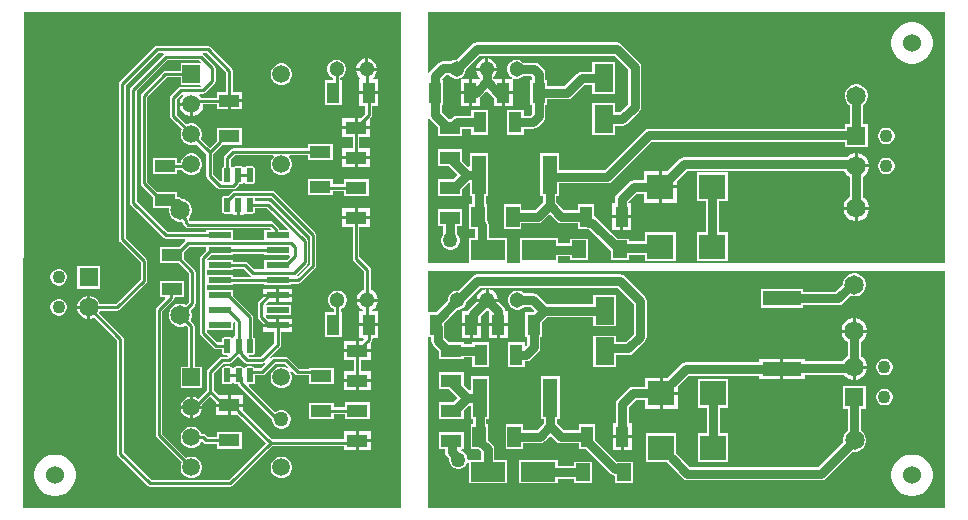
<source format=gbr>
%TF.GenerationSoftware,Altium Limited,Altium Designer,23.2.1 (34)*%
G04 Layer_Physical_Order=2*
G04 Layer_Color=16711680*
%FSLAX45Y45*%
%MOMM*%
%TF.SameCoordinates,3015DBAE-21F6-41EF-B07E-3AD50EAB7A3F*%
%TF.FilePolarity,Positive*%
%TF.FileFunction,Copper,L2,Bot,Signal*%
%TF.Part,Single*%
G01*
G75*
%TA.AperFunction,SMDPad,CuDef*%
%ADD12R,2.95000X1.70000*%
%TA.AperFunction,Conductor*%
%ADD17C,0.25400*%
%ADD18C,0.80000*%
%ADD19C,0.50000*%
%TA.AperFunction,ComponentPad*%
%ADD20C,1.30300*%
%ADD21C,1.65000*%
%ADD22R,1.65000X1.65000*%
%ADD23C,1.10000*%
%TA.AperFunction,WasherPad*%
%ADD24C,1.52400*%
%TA.AperFunction,ComponentPad*%
%ADD25C,1.51800*%
%ADD26R,1.51800X1.51800*%
%TA.AperFunction,ViaPad*%
%ADD27C,1.27000*%
%TA.AperFunction,SMDPad,CuDef*%
%ADD28R,1.80340X1.11760*%
G04:AMPARAMS|DCode=29|XSize=1.21mm|YSize=0.58mm|CornerRadius=0.0725mm|HoleSize=0mm|Usage=FLASHONLY|Rotation=90.000|XOffset=0mm|YOffset=0mm|HoleType=Round|Shape=RoundedRectangle|*
%AMROUNDEDRECTD29*
21,1,1.21000,0.43500,0,0,90.0*
21,1,1.06500,0.58000,0,0,90.0*
1,1,0.14500,0.21750,0.53250*
1,1,0.14500,0.21750,-0.53250*
1,1,0.14500,-0.21750,-0.53250*
1,1,0.14500,-0.21750,0.53250*
%
%ADD29ROUNDEDRECTD29*%
%ADD30R,1.80000X1.05000*%
%ADD31R,1.98120X0.55880*%
%TA.AperFunction,TestPad*%
%ADD32R,1.98120X0.55880*%
%TA.AperFunction,SMDPad,CuDef*%
%ADD33R,1.80000X1.13000*%
%ADD34R,1.11760X1.80340*%
%ADD35R,1.16000X1.82000*%
%ADD36R,1.24000X3.32000*%
%ADD37R,1.25000X1.50000*%
%ADD38R,1.05000X1.80000*%
%ADD39R,2.25000X2.15000*%
%ADD40R,1.62000X2.36000*%
%ADD41R,3.32000X1.24000*%
%ADD42R,1.73000X1.07000*%
G36*
X7806000Y2068000D02*
X4530190D01*
X4528500Y2080000D01*
X4528500Y2080700D01*
Y2127422D01*
X4631000D01*
Y2097000D01*
X4786000D01*
Y2277000D01*
X4631000D01*
Y2239577D01*
X4528500D01*
Y2280000D01*
X4203501D01*
Y2080700D01*
X4203500Y2080000D01*
X4201811Y2068000D01*
X4100190D01*
X4098501Y2080000D01*
X4098500Y2080700D01*
Y2280000D01*
X3941078D01*
Y2398000D01*
X3936809Y2419460D01*
X3925000Y2437134D01*
Y2570000D01*
X3915578D01*
Y2638500D01*
X3936500D01*
Y3000500D01*
X3782501D01*
Y2892764D01*
X3769801Y2887504D01*
X3718999Y2938306D01*
Y3035500D01*
X3508999D01*
Y2892500D01*
X3606194D01*
X3679194Y2819500D01*
X3641194Y2781500D01*
X3508999D01*
Y2638500D01*
X3718999D01*
Y2700694D01*
X3769801Y2751496D01*
X3782501Y2746235D01*
Y2638500D01*
X3803423D01*
Y2570000D01*
X3779000D01*
Y2358000D01*
X3828923D01*
Y2280000D01*
X3773501D01*
Y2080700D01*
X3773500Y2080000D01*
X3771811Y2068000D01*
X3428000D01*
Y3294464D01*
X3440700Y3298316D01*
X3447487Y3288159D01*
X3508999Y3226647D01*
Y3146500D01*
X3718999D01*
Y3207923D01*
X3796260D01*
Y3158830D01*
X3938020D01*
Y3369170D01*
X3796260D01*
Y3320077D01*
X3674789D01*
X3653329Y3315809D01*
X3635136Y3303653D01*
X3620983Y3289500D01*
X3604757D01*
X3543217Y3351039D01*
Y3408830D01*
X3558020D01*
Y3619170D01*
X3545531D01*
X3544176Y3631870D01*
X3580228Y3667923D01*
X3603765D01*
X3605864Y3664287D01*
X3620787Y3649364D01*
X3639064Y3638812D01*
X3659448Y3633350D01*
X3680552D01*
X3695122Y3637254D01*
X3696180Y3637537D01*
X3705580Y3627585D01*
X3705580Y3618838D01*
Y3526700D01*
X3774160D01*
Y3629570D01*
X3717458D01*
X3717380Y3629570D01*
X3717380Y3629570D01*
X3710330Y3629571D01*
X3706927Y3642270D01*
X3719214Y3649364D01*
X3734136Y3664287D01*
X3744688Y3682563D01*
X3750150Y3702948D01*
Y3714345D01*
X3863728Y3827923D01*
X5003772D01*
X5120923Y3710772D01*
Y3417228D01*
X5051602Y3347907D01*
X5013000D01*
Y3424830D01*
X4821000D01*
Y3158830D01*
X5013000D01*
Y3235753D01*
X5074830D01*
X5096290Y3240021D01*
X5114483Y3252177D01*
X5216653Y3354347D01*
X5228809Y3372540D01*
X5233078Y3394000D01*
Y3734000D01*
X5228809Y3755460D01*
X5216653Y3773653D01*
X5066653Y3923653D01*
X5048460Y3935809D01*
X5027000Y3940077D01*
X3840500D01*
X3819040Y3935809D01*
X3800848Y3923653D01*
X3670845Y3793650D01*
X3659448D01*
X3639064Y3788188D01*
X3625015Y3780077D01*
X3557000D01*
X3535540Y3775809D01*
X3517348Y3763653D01*
X3447487Y3693792D01*
X3440700Y3683634D01*
X3428000Y3687487D01*
Y4193000D01*
X7806000D01*
Y2068000D01*
D02*
G37*
G36*
Y1000D02*
X3425000D01*
Y1443830D01*
X3454943D01*
Y1415069D01*
X3459211Y1393609D01*
X3471367Y1375416D01*
X3520000Y1326783D01*
Y1258500D01*
X3730000D01*
Y1273923D01*
X3804260D01*
Y1191160D01*
X3946020D01*
Y1401500D01*
X3804260D01*
Y1386078D01*
X3730000D01*
Y1401500D01*
X3603894D01*
X3567097Y1438297D01*
Y1533120D01*
X3566020Y1538536D01*
Y1567214D01*
X3677156Y1678350D01*
X3688552D01*
X3708937Y1683812D01*
X3727214Y1694364D01*
X3742136Y1709287D01*
X3752688Y1727563D01*
X3758150Y1747948D01*
Y1751694D01*
X3869379Y1862923D01*
X5031772D01*
X5168923Y1725772D01*
Y1472228D01*
X5101772Y1405077D01*
X5021000D01*
Y1457160D01*
X4829000D01*
Y1191160D01*
X5021000D01*
Y1292922D01*
X5125000D01*
X5146460Y1297191D01*
X5164653Y1309347D01*
X5264653Y1409347D01*
X5276809Y1427540D01*
X5281078Y1449000D01*
Y1749000D01*
X5276809Y1770460D01*
X5264653Y1788653D01*
X5094653Y1958653D01*
X5076460Y1970809D01*
X5055000Y1975077D01*
X3846151D01*
X3824691Y1970809D01*
X3806498Y1958653D01*
X3686496Y1838650D01*
X3667448D01*
X3647064Y1833188D01*
X3628787Y1822636D01*
X3613864Y1807713D01*
X3603312Y1789437D01*
X3597850Y1769052D01*
Y1757655D01*
X3494365Y1654170D01*
X3425000D01*
Y2008000D01*
X7806000D01*
Y1000D01*
D02*
G37*
G36*
X3201000D02*
X8992D01*
X23Y9992D01*
X11060Y4193000D01*
X3201000Y4193000D01*
Y1000D01*
D02*
G37*
%LPC*%
G36*
X7544236Y4111000D02*
X7509764D01*
X7475954Y4104275D01*
X7444106Y4091083D01*
X7415444Y4071931D01*
X7391069Y4047556D01*
X7371917Y4018894D01*
X7358725Y3987046D01*
X7352000Y3953236D01*
Y3918764D01*
X7358725Y3884954D01*
X7371917Y3853106D01*
X7391069Y3824444D01*
X7415444Y3800069D01*
X7444106Y3780917D01*
X7475954Y3767725D01*
X7509764Y3761000D01*
X7544236D01*
X7578046Y3767725D01*
X7609894Y3780917D01*
X7638556Y3800069D01*
X7662931Y3824444D01*
X7682083Y3853106D01*
X7695275Y3884954D01*
X7702000Y3918764D01*
Y3953236D01*
X7695275Y3987046D01*
X7682083Y4018894D01*
X7662931Y4047556D01*
X7638556Y4071931D01*
X7609894Y4091083D01*
X7578046Y4104275D01*
X7544236Y4111000D01*
D02*
G37*
G36*
X3936700Y3803841D02*
Y3726200D01*
X4014341D01*
X4008379Y3748451D01*
X3996458Y3769099D01*
X3979599Y3785958D01*
X3958951Y3797879D01*
X3936700Y3803841D01*
D02*
G37*
G36*
X3911300D02*
X3889049Y3797879D01*
X3868401Y3785958D01*
X3851542Y3769099D01*
X3839621Y3748451D01*
X3833659Y3726200D01*
X3911300D01*
Y3803841D01*
D02*
G37*
G36*
X4014341Y3700800D02*
X3833659D01*
X3839621Y3678549D01*
X3851542Y3657901D01*
X3867173Y3642270D01*
X3866452Y3636999D01*
X3862871Y3629570D01*
X3799560D01*
Y3514000D01*
Y3398430D01*
X3868140D01*
Y3472668D01*
X3870653Y3474347D01*
X3926000Y3529695D01*
X3985860Y3469835D01*
Y3398430D01*
X4054440D01*
Y3514000D01*
Y3629570D01*
X3985860D01*
X3982078Y3640703D01*
Y3643520D01*
X3996458Y3657901D01*
X4008379Y3678549D01*
X4014341Y3700800D01*
D02*
G37*
G36*
X4188552Y3793650D02*
X4167448D01*
X4147064Y3788188D01*
X4128787Y3777636D01*
X4113864Y3762713D01*
X4103312Y3744437D01*
X4097850Y3724052D01*
Y3702948D01*
X4103312Y3682563D01*
X4113864Y3664287D01*
X4128787Y3649364D01*
X4140002Y3642889D01*
X4138041Y3630951D01*
Y3630951D01*
X4138040Y3630948D01*
D01*
X4137671Y3629571D01*
X4137492Y3629570D01*
X4137491Y3629570D01*
X4137489Y3629570D01*
X4079840D01*
Y3526700D01*
X4148420D01*
Y3624304D01*
X4148420D01*
X4150152Y3627080D01*
Y3627080D01*
X4158569Y3635729D01*
X4167448Y3633350D01*
X4188552D01*
X4208937Y3638812D01*
X4227214Y3649364D01*
X4235272Y3657423D01*
X4304272D01*
X4310923Y3650772D01*
Y3619170D01*
X4295980D01*
Y3408830D01*
X4310783D01*
Y3337088D01*
X4293772Y3320077D01*
X4237740D01*
Y3369170D01*
X4095980D01*
Y3158830D01*
X4237740D01*
Y3207923D01*
X4317000D01*
X4338460Y3212191D01*
X4356653Y3224347D01*
X4406513Y3274207D01*
X4418669Y3292400D01*
X4422938Y3313860D01*
Y3408830D01*
X4437740D01*
Y3457923D01*
X4607000D01*
X4628460Y3462191D01*
X4646653Y3474347D01*
X4753058Y3580753D01*
X4821000D01*
Y3503830D01*
X5013000D01*
Y3769830D01*
X4821000D01*
Y3692908D01*
X4729830D01*
X4708371Y3688639D01*
X4690178Y3676483D01*
X4583772Y3570077D01*
X4437740D01*
Y3619170D01*
X4423078D01*
Y3674000D01*
X4418809Y3695460D01*
X4406653Y3713653D01*
X4367153Y3753153D01*
X4348960Y3765309D01*
X4327500Y3769577D01*
X4235272D01*
X4227214Y3777636D01*
X4208937Y3788188D01*
X4188552Y3793650D01*
D02*
G37*
G36*
X4148420Y3501300D02*
X4079840D01*
Y3398430D01*
X4148420D01*
Y3501300D01*
D02*
G37*
G36*
X3774160Y3501300D02*
X3705580D01*
Y3398430D01*
X3774160D01*
Y3501300D01*
D02*
G37*
G36*
X7318216Y3219000D02*
X7299784D01*
X7281981Y3214230D01*
X7266019Y3205014D01*
X7252986Y3191981D01*
X7243771Y3176019D01*
X7239000Y3158216D01*
Y3139784D01*
X7243771Y3121981D01*
X7252986Y3106019D01*
X7266019Y3092986D01*
X7281981Y3083771D01*
X7299784Y3079000D01*
X7318216D01*
X7336019Y3083771D01*
X7351981Y3092986D01*
X7365014Y3106019D01*
X7374230Y3121981D01*
X7379000Y3139784D01*
Y3158216D01*
X7374230Y3176019D01*
X7365014Y3191981D01*
X7351981Y3205014D01*
X7336019Y3214230D01*
X7318216Y3219000D01*
D02*
G37*
G36*
X7067836Y3584500D02*
X7042164D01*
X7017366Y3577855D01*
X6995134Y3565019D01*
X6976981Y3546866D01*
X6964145Y3524634D01*
X6957500Y3499836D01*
Y3474164D01*
X6964145Y3449366D01*
X6976981Y3427134D01*
X6995134Y3408980D01*
X6998923Y3406793D01*
Y3246500D01*
X6957500D01*
Y3209387D01*
X5296310D01*
X5274850Y3205119D01*
X5256658Y3192963D01*
X4923772Y2860077D01*
X4534500D01*
Y3000500D01*
X4380501D01*
Y2638500D01*
X4401423D01*
Y2587228D01*
X4334273Y2520078D01*
X4220000D01*
Y2570000D01*
X4074000D01*
Y2358000D01*
X4220000D01*
Y2407923D01*
X4357501D01*
X4378961Y2412192D01*
X4397153Y2424347D01*
X4457500Y2484695D01*
X4517847Y2424347D01*
X4536040Y2412192D01*
X4557500Y2407923D01*
X4699500D01*
Y2359000D01*
X4774083D01*
X4779500Y2357923D01*
X4793772D01*
X4969348Y2182347D01*
X4976000Y2177902D01*
Y2097000D01*
X5131000D01*
Y2142673D01*
X5269500D01*
Y2088000D01*
X5524499D01*
Y2333000D01*
X5269500D01*
Y2254827D01*
X5131000D01*
Y2277000D01*
X5036417D01*
X5032533Y2277772D01*
X4856653Y2453653D01*
X4838460Y2465809D01*
X4834500Y2466597D01*
Y2569000D01*
X4699500D01*
Y2520078D01*
X4580728D01*
X4513578Y2587228D01*
Y2638500D01*
X4534500D01*
Y2747923D01*
X4947000D01*
X4968460Y2752191D01*
X4986653Y2764347D01*
X5319538Y3097233D01*
X6957500D01*
Y3051500D01*
X7152500D01*
Y3246500D01*
X7111077D01*
Y3406793D01*
X7114866Y3408980D01*
X7133020Y3427134D01*
X7145855Y3449366D01*
X7152500Y3474164D01*
Y3499836D01*
X7145855Y3524634D01*
X7133020Y3546866D01*
X7114866Y3565019D01*
X7092634Y3577855D01*
X7067836Y3584500D01*
D02*
G37*
G36*
X7069205Y3002900D02*
X7067700D01*
Y2907700D01*
X7162900D01*
Y2909205D01*
X7155547Y2936648D01*
X7141342Y2961252D01*
X7121252Y2981342D01*
X7096648Y2995547D01*
X7069205Y3002900D01*
D02*
G37*
G36*
X7318216Y2965000D02*
X7299784D01*
X7281981Y2960230D01*
X7266019Y2951014D01*
X7252986Y2937981D01*
X7243771Y2922019D01*
X7239000Y2904216D01*
Y2885784D01*
X7243771Y2867981D01*
X7252986Y2852019D01*
X7266019Y2838986D01*
X7281981Y2829771D01*
X7299784Y2825000D01*
X7318216D01*
X7336019Y2829771D01*
X7351981Y2838986D01*
X7365014Y2852019D01*
X7374230Y2867981D01*
X7379000Y2885784D01*
Y2904216D01*
X7374230Y2922019D01*
X7365014Y2937981D01*
X7351981Y2951014D01*
X7336019Y2960230D01*
X7318216Y2965000D01*
D02*
G37*
G36*
X5534900Y2703800D02*
X5409700D01*
Y2583600D01*
X5534900D01*
Y2703800D01*
D02*
G37*
G36*
X5384300Y2849400D02*
X5259100D01*
Y2772577D01*
X5169500D01*
X5148040Y2768309D01*
X5129848Y2756153D01*
X5027347Y2653653D01*
X5015191Y2635460D01*
X5010923Y2614000D01*
Y2579400D01*
X4989100D01*
Y2476701D01*
X5067000D01*
X5144900D01*
Y2579400D01*
X5126284D01*
X5124406Y2592100D01*
X5192728Y2660423D01*
X5259100D01*
Y2583600D01*
X5384300D01*
Y2716500D01*
Y2849400D01*
D02*
G37*
G36*
X7042300Y3002900D02*
X7040795D01*
X7013352Y2995547D01*
X6988748Y2981342D01*
X6974484Y2967077D01*
X5596500D01*
X5575040Y2962809D01*
X5556847Y2950653D01*
X5455595Y2849400D01*
X5409700D01*
Y2729200D01*
X5534900D01*
Y2770095D01*
X5619728Y2854923D01*
X6954032D01*
X6954453Y2853352D01*
X6968659Y2828748D01*
X6988748Y2808659D01*
X6998923Y2802784D01*
Y2627216D01*
X6988748Y2621341D01*
X6968659Y2601252D01*
X6954453Y2576648D01*
X6947100Y2549205D01*
Y2547700D01*
X7162900D01*
Y2549205D01*
X7155547Y2576648D01*
X7141342Y2601252D01*
X7121252Y2621341D01*
X7111077Y2627216D01*
Y2802784D01*
X7121252Y2808659D01*
X7141342Y2828748D01*
X7155547Y2853352D01*
X7162900Y2880795D01*
Y2882300D01*
X7055000D01*
Y2895000D01*
X7042300D01*
Y3002900D01*
D02*
G37*
G36*
X7162900Y2522300D02*
X7067700D01*
Y2427100D01*
X7069205D01*
X7096648Y2434453D01*
X7121252Y2448659D01*
X7141342Y2468748D01*
X7155547Y2493352D01*
X7162900Y2520795D01*
Y2522300D01*
D02*
G37*
G36*
X7042300D02*
X6947100D01*
Y2520795D01*
X6954453Y2493352D01*
X6968659Y2468748D01*
X6988748Y2448659D01*
X7013352Y2434453D01*
X7040795Y2427100D01*
X7042300D01*
Y2522300D01*
D02*
G37*
G36*
X5144900Y2451301D02*
X5079700D01*
Y2348600D01*
X5144900D01*
Y2451301D01*
D02*
G37*
G36*
X5054300D02*
X4989100D01*
Y2348600D01*
X5054300D01*
Y2451301D01*
D02*
G37*
G36*
X3718999Y2527500D02*
X3508999D01*
Y2384500D01*
X3559422D01*
Y2317438D01*
X3554184Y2312200D01*
X3543850Y2294300D01*
X3538500Y2274335D01*
Y2253665D01*
X3543850Y2233700D01*
X3554184Y2215800D01*
X3568800Y2201184D01*
X3586700Y2190850D01*
X3606665Y2185500D01*
X3627335D01*
X3647300Y2190850D01*
X3665200Y2201184D01*
X3679816Y2215800D01*
X3690151Y2233700D01*
X3695500Y2253665D01*
Y2274335D01*
X3690151Y2294300D01*
X3679816Y2312200D01*
X3671577Y2320439D01*
Y2384500D01*
X3718999D01*
Y2527500D01*
D02*
G37*
G36*
X5964500Y2839000D02*
X5709500D01*
Y2594000D01*
X5780923D01*
Y2333000D01*
X5709500D01*
Y2088000D01*
X5964500D01*
Y2333000D01*
X5893078D01*
Y2594000D01*
X5964500D01*
Y2839000D01*
D02*
G37*
G36*
X7050817Y1984634D02*
X7025144D01*
X7000347Y1977989D01*
X6978114Y1965153D01*
X6959961Y1947000D01*
X6947125Y1924767D01*
X6940481Y1899970D01*
Y1891940D01*
X6876618Y1828077D01*
X6606000D01*
Y1848999D01*
X6244000D01*
Y1695000D01*
X6606000D01*
Y1715922D01*
X6899846D01*
X6921306Y1720191D01*
X6939498Y1732347D01*
X7002778Y1795627D01*
X7025144Y1789634D01*
X7050817D01*
X7075614Y1796278D01*
X7097847Y1809114D01*
X7116000Y1827267D01*
X7128836Y1849500D01*
X7135481Y1874297D01*
Y1899970D01*
X7128836Y1924767D01*
X7116000Y1947000D01*
X7097847Y1965153D01*
X7075614Y1977989D01*
X7050817Y1984634D01*
D02*
G37*
G36*
X3944700Y1848841D02*
Y1771200D01*
X4022341D01*
X4016379Y1793451D01*
X4004458Y1814099D01*
X3987599Y1830958D01*
X3966951Y1842879D01*
X3944700Y1848841D01*
D02*
G37*
G36*
X3919300D02*
X3897049Y1842879D01*
X3876401Y1830958D01*
X3859542Y1814099D01*
X3847621Y1793451D01*
X3841659Y1771200D01*
X3919300D01*
Y1848841D01*
D02*
G37*
G36*
X4024006Y1745800D02*
X3839995D01*
X3771087Y1676892D01*
X3762854Y1664570D01*
X3713580D01*
Y1561700D01*
X3794860D01*
X3876140D01*
Y1623334D01*
X3920756Y1667950D01*
X3932420D01*
X3943720Y1664570D01*
Y1561700D01*
X4025000D01*
X4106280D01*
Y1664570D01*
X4081077D01*
Y1665500D01*
X4076809Y1686960D01*
X4064653Y1705153D01*
X4024006Y1745800D01*
D02*
G37*
G36*
X4196552Y1838650D02*
X4175448D01*
X4155064Y1833188D01*
X4136787Y1822636D01*
X4121864Y1807713D01*
X4111312Y1789437D01*
X4105850Y1769052D01*
Y1747948D01*
X4111312Y1727563D01*
X4121864Y1709287D01*
X4136787Y1694364D01*
X4155064Y1683812D01*
X4175448Y1678350D01*
X4196552D01*
X4216937Y1683812D01*
X4235214Y1694364D01*
X4243272Y1702423D01*
X4298023D01*
X4331285Y1669160D01*
X4316295Y1654170D01*
X4253840D01*
Y1443830D01*
X4268643D01*
Y1381948D01*
X4257473Y1370779D01*
X4245740Y1375639D01*
Y1401500D01*
X4103980D01*
Y1191160D01*
X4245740D01*
Y1240253D01*
X4262331D01*
X4283791Y1244522D01*
X4301983Y1256678D01*
X4364373Y1319067D01*
X4376529Y1337260D01*
X4380797Y1358720D01*
Y1443830D01*
X4395600D01*
Y1574865D01*
X4433819Y1613083D01*
X4829000D01*
Y1536161D01*
X5021000D01*
Y1802160D01*
X4829000D01*
Y1725238D01*
X4433819D01*
X4360904Y1798153D01*
X4342711Y1810309D01*
X4321251Y1814577D01*
X4243272D01*
X4235214Y1822636D01*
X4216937Y1833188D01*
X4196552Y1838650D01*
D02*
G37*
G36*
X7052186Y1604034D02*
X7050681D01*
Y1508834D01*
X7145881D01*
Y1510339D01*
X7138528Y1537782D01*
X7124322Y1562386D01*
X7104233Y1582475D01*
X7079628Y1596681D01*
X7052186Y1604034D01*
D02*
G37*
G36*
X7025281D02*
X7023775D01*
X6996333Y1596681D01*
X6971729Y1582475D01*
X6951639Y1562386D01*
X6937434Y1537782D01*
X6930081Y1510339D01*
Y1508834D01*
X7025281D01*
Y1604034D01*
D02*
G37*
G36*
X4106280Y1536300D02*
X4037700D01*
Y1433430D01*
X4106280D01*
Y1536300D01*
D02*
G37*
G36*
X4012300D02*
X3943720D01*
Y1433430D01*
X4012300D01*
Y1536300D01*
D02*
G37*
G36*
X3876140Y1536300D02*
X3807560D01*
Y1433430D01*
X3876140D01*
Y1536300D01*
D02*
G37*
G36*
X3782160D02*
X3713580D01*
Y1433430D01*
X3782160D01*
Y1536300D01*
D02*
G37*
G36*
X7145881Y1483434D02*
X6930081D01*
Y1481928D01*
X6937434Y1454486D01*
X6951639Y1429882D01*
X6971729Y1409792D01*
X6981903Y1403918D01*
Y1282349D01*
X6971729Y1276475D01*
X6951639Y1256386D01*
X6941107Y1238144D01*
X6616400D01*
Y1261400D01*
X6437700D01*
Y1173999D01*
Y1086600D01*
X6616400D01*
Y1125989D01*
X6950422D01*
X6951639Y1123881D01*
X6971729Y1103792D01*
X6996333Y1089587D01*
X7023775Y1082234D01*
X7025281D01*
Y1190133D01*
X7037981D01*
Y1202833D01*
X7145881D01*
Y1204339D01*
X7138528Y1231781D01*
X7124322Y1256386D01*
X7104233Y1276475D01*
X7094058Y1282349D01*
Y1403918D01*
X7104233Y1409792D01*
X7124322Y1429882D01*
X7138528Y1454486D01*
X7145881Y1481928D01*
Y1483434D01*
D02*
G37*
G36*
X7301196Y1260133D02*
X7282765D01*
X7264962Y1255363D01*
X7249000Y1246147D01*
X7235967Y1233114D01*
X7226751Y1217153D01*
X7221981Y1199349D01*
Y1180918D01*
X7226751Y1163115D01*
X7235967Y1147153D01*
X7249000Y1134120D01*
X7264962Y1124904D01*
X7282765Y1120134D01*
X7301196D01*
X7319000Y1124904D01*
X7334961Y1134120D01*
X7347994Y1147153D01*
X7357210Y1163115D01*
X7361980Y1180918D01*
Y1199349D01*
X7357210Y1217153D01*
X7347994Y1233114D01*
X7334961Y1246147D01*
X7319000Y1255363D01*
X7301196Y1260133D01*
D02*
G37*
G36*
X6412300Y1261400D02*
X6233600D01*
Y1230077D01*
X5610000D01*
X5588540Y1225808D01*
X5570347Y1213652D01*
X5458595Y1101900D01*
X5417700D01*
Y981700D01*
X5542900D01*
Y1027594D01*
X5633228Y1117922D01*
X6233600D01*
Y1086600D01*
X6412300D01*
Y1173999D01*
Y1261400D01*
D02*
G37*
G36*
X7145881Y1177433D02*
X7050681D01*
Y1082234D01*
X7052186D01*
X7079628Y1089587D01*
X7104233Y1103792D01*
X7124322Y1123881D01*
X7138528Y1148486D01*
X7145881Y1175928D01*
Y1177433D01*
D02*
G37*
G36*
X7301196Y1006133D02*
X7282765D01*
X7264962Y1001363D01*
X7249000Y992147D01*
X7235967Y979114D01*
X7226751Y963153D01*
X7221981Y945349D01*
Y926918D01*
X7226751Y909115D01*
X7235967Y893153D01*
X7249000Y880120D01*
X7264962Y870904D01*
X7282765Y866134D01*
X7301196D01*
X7319000Y870904D01*
X7334961Y880120D01*
X7347994Y893153D01*
X7357210Y909115D01*
X7361980Y926918D01*
Y945349D01*
X7357210Y963153D01*
X7347994Y979114D01*
X7334961Y992147D01*
X7319000Y1001363D01*
X7301196Y1006133D01*
D02*
G37*
G36*
X5542900Y956300D02*
X5417700D01*
Y836100D01*
X5542900D01*
Y956300D01*
D02*
G37*
G36*
X5392300Y1101900D02*
X5267100D01*
Y1025077D01*
X5165000D01*
X5143540Y1020809D01*
X5125347Y1008653D01*
X5035347Y918652D01*
X5023191Y900460D01*
X5018923Y879000D01*
Y716900D01*
X4997100D01*
Y614200D01*
X5075000D01*
X5152900D01*
Y716900D01*
X5131077D01*
Y855772D01*
X5188228Y912922D01*
X5267100D01*
Y836100D01*
X5392300D01*
Y969000D01*
Y1101900D01*
D02*
G37*
G36*
X4542500Y1112500D02*
X4388500D01*
Y750500D01*
X4409422D01*
Y712728D01*
X4353272Y656578D01*
X4231501D01*
Y706500D01*
X4085501D01*
Y494500D01*
X4231501D01*
Y544423D01*
X4376500D01*
X4397960Y548692D01*
X4416153Y560847D01*
X4465500Y610194D01*
X4513847Y561847D01*
X4532039Y549692D01*
X4553499Y545423D01*
X4707500D01*
Y496500D01*
X4763194D01*
X4974348Y285347D01*
X4992540Y273191D01*
X5010000Y269718D01*
Y211000D01*
X5165000D01*
Y391000D01*
X5027306D01*
X4842500Y575806D01*
Y706500D01*
X4707500D01*
Y657578D01*
X4576727D01*
X4521577Y712728D01*
Y750500D01*
X4542500D01*
Y1112500D01*
D02*
G37*
G36*
X5152900Y588800D02*
X5087700D01*
Y486100D01*
X5152900D01*
Y588800D01*
D02*
G37*
G36*
X5062300D02*
X4997100D01*
Y486100D01*
X5062300D01*
Y588800D01*
D02*
G37*
G36*
X3730000Y1147500D02*
X3520000D01*
Y1004500D01*
X3609375D01*
X3681296Y932579D01*
X3642217Y893500D01*
X3520000D01*
Y750500D01*
X3730000D01*
Y822672D01*
X3777800Y870472D01*
X3790500Y865212D01*
Y750500D01*
X3811423D01*
Y706500D01*
X3790501D01*
Y494500D01*
X3857195D01*
X3877923Y473772D01*
Y406000D01*
X3775200D01*
X3771500Y406000D01*
X3762500Y414932D01*
Y416335D01*
X3757151Y436300D01*
X3746816Y454200D01*
X3732200Y468816D01*
X3714300Y479150D01*
X3708388Y480734D01*
X3706877Y483800D01*
X3714774Y496500D01*
X3730000D01*
Y639500D01*
X3520000D01*
Y496500D01*
X3571907D01*
Y473790D01*
X3576176Y452330D01*
X3588332Y434137D01*
X3605634Y416834D01*
X3605500Y416335D01*
Y395665D01*
X3610850Y375700D01*
X3621185Y357800D01*
X3635800Y343184D01*
X3653700Y332849D01*
X3673665Y327500D01*
X3694335D01*
X3714300Y332849D01*
X3732200Y343184D01*
X3746816Y357800D01*
X3757151Y375700D01*
X3758800Y381857D01*
X3771500Y380185D01*
Y206000D01*
X4096500D01*
Y406000D01*
X3990078D01*
Y497001D01*
X3985809Y518460D01*
X3973653Y536653D01*
X3936500Y573806D01*
Y706500D01*
X3923578D01*
Y750500D01*
X3944500D01*
Y1112500D01*
X3790500D01*
Y999946D01*
X3777800Y994686D01*
X3730000Y1042486D01*
Y1147500D01*
D02*
G37*
G36*
X5972500Y1091500D02*
X5717500D01*
Y846500D01*
X5788923D01*
Y631500D01*
X5717500D01*
Y386500D01*
X5972500D01*
Y631500D01*
X5901078D01*
Y846500D01*
X5972500D01*
Y1091500D01*
D02*
G37*
G36*
X7135481Y1033633D02*
X6940481D01*
Y838634D01*
X6982903D01*
Y651763D01*
X6980114Y650153D01*
X6961961Y632000D01*
X6949125Y609767D01*
X6942481Y584970D01*
Y559298D01*
X6943613Y555072D01*
X6733619Y345077D01*
X5648228D01*
X5532500Y460806D01*
Y631500D01*
X5277500D01*
Y386500D01*
X5449739D01*
X5452848Y381847D01*
X5585347Y249347D01*
X5603540Y237191D01*
X5625000Y232923D01*
X6756847D01*
X6778307Y237191D01*
X6796499Y249347D01*
X7022918Y475766D01*
X7027144Y474634D01*
X7052817D01*
X7077614Y481278D01*
X7099847Y494114D01*
X7118000Y512267D01*
X7130836Y534500D01*
X7137481Y559298D01*
Y584970D01*
X7130836Y609767D01*
X7118000Y632000D01*
X7099847Y650153D01*
X7095058Y652918D01*
Y838634D01*
X7135481D01*
Y1033633D01*
D02*
G37*
G36*
X4526500Y406000D02*
X4201500D01*
Y206000D01*
X4526500D01*
Y244923D01*
X4665000D01*
Y211000D01*
X4820000D01*
Y391000D01*
X4665000D01*
Y357077D01*
X4526500D01*
Y406000D01*
D02*
G37*
G36*
X7544236Y450000D02*
X7509764D01*
X7475954Y443275D01*
X7444106Y430083D01*
X7415444Y410931D01*
X7391069Y386556D01*
X7371917Y357894D01*
X7358725Y326046D01*
X7352000Y292236D01*
Y257764D01*
X7358725Y223954D01*
X7371917Y192106D01*
X7391069Y163444D01*
X7415444Y139069D01*
X7444106Y119917D01*
X7475954Y106725D01*
X7509764Y100000D01*
X7544236D01*
X7578046Y106725D01*
X7609894Y119917D01*
X7638556Y139069D01*
X7662931Y163444D01*
X7682083Y192106D01*
X7695275Y223954D01*
X7702000Y257764D01*
Y292236D01*
X7695275Y326046D01*
X7682083Y357894D01*
X7662931Y386556D01*
X7638556Y410931D01*
X7609894Y430083D01*
X7578046Y443275D01*
X7544236Y450000D01*
D02*
G37*
G36*
X1565826Y3909243D02*
X1565824Y3909243D01*
X1132002D01*
X1132000Y3909243D01*
X1121192Y3907093D01*
X1112030Y3900971D01*
X1112029Y3900970D01*
X821983Y3610924D01*
X815860Y3601761D01*
X813710Y3590953D01*
X813711Y3590952D01*
Y2273048D01*
X813710Y2273047D01*
X815860Y2262239D01*
X821983Y2253076D01*
X996757Y2078301D01*
Y1934325D01*
X787675Y1725243D01*
X649372D01*
X646855Y1734634D01*
X634019Y1756866D01*
X615866Y1775019D01*
X593634Y1787855D01*
X568836Y1794500D01*
X568700D01*
Y1697000D01*
Y1599500D01*
X568836D01*
X593634Y1606145D01*
X602053Y1611005D01*
X796757Y1416301D01*
Y459001D01*
X796757Y459000D01*
X798907Y448192D01*
X805029Y439029D01*
X1058029Y186030D01*
X1058029Y186029D01*
X1067192Y179907D01*
X1078000Y177757D01*
X1078001Y177757D01*
X1751441D01*
X1751442Y177757D01*
X1762250Y179907D01*
X1771413Y186029D01*
X2107623Y522239D01*
X2715600D01*
Y486100D01*
X2818300D01*
Y568000D01*
Y649900D01*
X2715600D01*
Y578725D01*
X2107623D01*
X1861570Y824777D01*
Y856320D01*
X1758700D01*
Y787740D01*
X1818725D01*
X2055983Y550482D01*
X1739744Y234243D01*
X1089699D01*
X853243Y470699D01*
Y1428000D01*
X851093Y1438808D01*
X844971Y1447970D01*
X844970Y1447971D01*
X641994Y1650947D01*
X646855Y1659366D01*
X649372Y1668757D01*
X799373D01*
X799374Y1668757D01*
X810182Y1670907D01*
X819345Y1677029D01*
X1044970Y1902655D01*
X1044971Y1902655D01*
X1051093Y1911818D01*
X1053243Y1922626D01*
X1053243Y1922627D01*
Y2089999D01*
X1053243Y2090000D01*
X1051093Y2100808D01*
X1044971Y2109971D01*
X870196Y2284745D01*
Y3579254D01*
X1143699Y3852757D01*
X1189104D01*
X1194867Y3841743D01*
X1194649Y3840057D01*
X1190029Y3836971D01*
X1190029Y3836970D01*
X914029Y3560971D01*
X907907Y3551808D01*
X905757Y3541000D01*
X905757Y3540999D01*
Y2582001D01*
X905757Y2582000D01*
X907907Y2571192D01*
X914029Y2562029D01*
X1190029Y2286030D01*
X1190030Y2286029D01*
X1199192Y2279907D01*
X1210000Y2277757D01*
X1210002Y2277757D01*
X1372789D01*
X1374936Y2275182D01*
X1375030Y2259971D01*
X1375029Y2259970D01*
X1320559Y2205500D01*
X1157500D01*
Y2068500D01*
X1320559D01*
X1403757Y1985302D01*
Y1741699D01*
X1378053Y1715995D01*
X1369634Y1720855D01*
X1344836Y1727500D01*
X1319164D01*
X1294366Y1720855D01*
X1272134Y1708019D01*
X1253981Y1689866D01*
X1241145Y1667634D01*
X1234500Y1642836D01*
Y1617164D01*
X1241145Y1592366D01*
X1253981Y1570134D01*
X1272134Y1551981D01*
X1294366Y1539145D01*
X1319164Y1532500D01*
X1344836D01*
X1369634Y1539145D01*
X1378053Y1544006D01*
X1396757Y1525301D01*
Y1193900D01*
X1334100D01*
Y1012100D01*
X1515900D01*
Y1193900D01*
X1453243D01*
Y1536999D01*
X1453243Y1537000D01*
X1451093Y1547808D01*
X1444971Y1556971D01*
X1417995Y1583947D01*
X1422855Y1592366D01*
X1429500Y1617164D01*
Y1642836D01*
X1422855Y1667634D01*
X1417995Y1676053D01*
X1451970Y1710029D01*
X1451971Y1710029D01*
X1458093Y1719192D01*
X1460243Y1730000D01*
Y1996999D01*
X1460243Y1997000D01*
X1458093Y2007808D01*
X1451971Y2016971D01*
X1451970Y2016971D01*
X1360500Y2108442D01*
Y2165559D01*
X1406699Y2211757D01*
X1549679D01*
Y2176001D01*
X1505030Y2131352D01*
X1498907Y2122189D01*
X1496757Y2111381D01*
X1496757Y2111380D01*
Y1479001D01*
X1496757Y1479000D01*
X1498907Y1468192D01*
X1505030Y1459029D01*
X1613029Y1351029D01*
X1622192Y1344907D01*
X1633000Y1342757D01*
X1633001Y1342757D01*
X1685564D01*
Y1317750D01*
X1687291Y1309069D01*
X1692209Y1301709D01*
X1699569Y1296791D01*
X1708250Y1295064D01*
X1726542D01*
X1732909Y1282364D01*
X1729085Y1277243D01*
X1683001D01*
X1683000Y1277243D01*
X1672192Y1275093D01*
X1663029Y1268971D01*
X1566029Y1171971D01*
X1559907Y1162808D01*
X1557757Y1152000D01*
X1557757Y1151999D01*
Y994699D01*
X1482805Y919747D01*
X1480814Y921738D01*
X1460086Y933705D01*
X1437700Y939704D01*
Y861700D01*
X1515704D01*
X1513366Y870424D01*
X1586000Y943059D01*
X1630430Y898629D01*
Y881720D01*
X1733300D01*
Y950300D01*
X1658642D01*
X1614243Y994699D01*
Y1140301D01*
X1694699Y1220757D01*
X1747133D01*
X1747134Y1220757D01*
X1757943Y1222907D01*
X1767105Y1229029D01*
X1820524Y1282448D01*
X1821329Y1282369D01*
X1874669Y1229030D01*
X1874669Y1229029D01*
X1883832Y1222907D01*
X1894640Y1220757D01*
X2024999D01*
X2025000Y1220757D01*
X2035808Y1222907D01*
X2044971Y1229029D01*
X2053364Y1219806D01*
X2013302Y1179743D01*
X1963144D01*
X1962709Y1181932D01*
X1957792Y1189292D01*
X1950432Y1194209D01*
X1941750Y1195936D01*
X1898250D01*
X1889569Y1194209D01*
X1882209Y1189292D01*
X1879556Y1185321D01*
X1877307Y1184678D01*
X1867694D01*
X1865444Y1185321D01*
X1862792Y1189292D01*
X1855432Y1194209D01*
X1846750Y1195936D01*
X1803250D01*
X1794569Y1194209D01*
X1787209Y1189292D01*
X1784556Y1185321D01*
X1782307Y1184678D01*
X1772694D01*
X1770444Y1185321D01*
X1767791Y1189292D01*
X1760432Y1194209D01*
X1751750Y1195936D01*
X1708250D01*
X1699569Y1194209D01*
X1692209Y1189292D01*
X1687291Y1181932D01*
X1685564Y1173250D01*
Y1066750D01*
X1687291Y1058069D01*
X1692209Y1050709D01*
X1699569Y1045791D01*
X1708250Y1044064D01*
X1751750D01*
X1760432Y1045791D01*
X1767791Y1050709D01*
X1770444Y1054679D01*
X1772694Y1055323D01*
X1782307D01*
X1784556Y1054679D01*
X1787209Y1050709D01*
X1794569Y1045791D01*
X1803250Y1044064D01*
X1818343D01*
X1821329Y1039595D01*
X2108500Y752424D01*
Y738665D01*
X2113850Y718700D01*
X2124184Y700800D01*
X2138800Y686184D01*
X2156700Y675850D01*
X2176665Y670500D01*
X2197335D01*
X2217300Y675850D01*
X2235200Y686184D01*
X2249816Y700800D01*
X2260151Y718700D01*
X2265500Y738665D01*
Y759335D01*
X2260151Y779300D01*
X2249816Y797200D01*
X2235200Y811816D01*
X2217300Y822151D01*
X2197335Y827500D01*
X2176665D01*
X2156700Y822151D01*
X2138800Y811816D01*
X2133896Y806912D01*
X1909443Y1031364D01*
X1914704Y1044064D01*
X1941750D01*
X1950432Y1045791D01*
X1957792Y1050709D01*
X1962709Y1058069D01*
X1964436Y1066750D01*
Y1123258D01*
X2024999D01*
X2025000Y1123257D01*
X2035808Y1125407D01*
X2044971Y1131530D01*
X2134198Y1220757D01*
X2213301D01*
X2244806Y1189253D01*
X2237008Y1179090D01*
X2222086Y1187705D01*
X2198967Y1193900D01*
X2175033D01*
X2151914Y1187705D01*
X2131186Y1175738D01*
X2114262Y1158814D01*
X2102295Y1138086D01*
X2096100Y1114967D01*
Y1091033D01*
X2102295Y1067914D01*
X2114262Y1047186D01*
X2131186Y1030262D01*
X2151914Y1018295D01*
X2175033Y1012100D01*
X2198967D01*
X2222086Y1018295D01*
X2242814Y1030262D01*
X2259738Y1047186D01*
X2271705Y1067914D01*
X2277900Y1091033D01*
Y1114967D01*
X2271705Y1138086D01*
X2263090Y1153008D01*
X2273253Y1160806D01*
X2305029Y1129030D01*
X2305029Y1129029D01*
X2314192Y1122907D01*
X2325000Y1120757D01*
X2420000D01*
Y1050500D01*
X2630000D01*
Y1185500D01*
X2420000D01*
Y1177243D01*
X2336699D01*
X2244971Y1268971D01*
X2235808Y1275093D01*
X2225000Y1277243D01*
X2224999Y1277243D01*
X2122501D01*
X2122500Y1277243D01*
X2111692Y1275093D01*
X2102529Y1268971D01*
X2102528Y1268971D01*
X2094135Y1278193D01*
X2176469Y1360528D01*
X2176470Y1360528D01*
X2182592Y1369691D01*
X2184742Y1380499D01*
Y1490660D01*
X2280959D01*
Y1531300D01*
X2156499D01*
X2032039D01*
Y1490660D01*
X2128256D01*
Y1392197D01*
X2013302Y1277243D01*
X1912689D01*
X1908865Y1282364D01*
X1915232Y1295064D01*
X1941750D01*
X1950432Y1296791D01*
X1957792Y1301709D01*
X1962709Y1309069D01*
X1964436Y1317750D01*
Y1424250D01*
X1962709Y1432932D01*
X1957792Y1440292D01*
X1950432Y1445209D01*
X1948243Y1445644D01*
Y1612859D01*
X1946093Y1623667D01*
X1939971Y1632830D01*
X1777799Y1795001D01*
Y1840940D01*
X1553243D01*
Y1882060D01*
X1777799D01*
Y1896757D01*
X2042439D01*
Y1882060D01*
X2270559D01*
Y1896757D01*
X2330999D01*
X2331000Y1896757D01*
X2341808Y1898907D01*
X2350971Y1905029D01*
X2474970Y2029029D01*
X2474971Y2029029D01*
X2481093Y2038192D01*
X2483243Y2049000D01*
X2483243Y2049001D01*
Y2308999D01*
X2483243Y2309000D01*
X2481093Y2319808D01*
X2474971Y2328971D01*
X2474970Y2328971D01*
X2129271Y2674671D01*
X2120108Y2680793D01*
X2109300Y2682943D01*
X2109299Y2682943D01*
X1785700D01*
X1774892Y2680793D01*
X1765729Y2674671D01*
X1733494Y2642436D01*
X1707250D01*
X1698569Y2640709D01*
X1691209Y2635792D01*
X1686291Y2628432D01*
X1684564Y2619750D01*
Y2513250D01*
X1686291Y2504569D01*
X1691209Y2497209D01*
X1698569Y2492291D01*
X1707250Y2490564D01*
X1750750D01*
X1759432Y2492291D01*
X1766791Y2497209D01*
X1777883Y2490949D01*
X1778711Y2489711D01*
X1789511Y2482494D01*
X1802250Y2479960D01*
X1811300D01*
Y2566500D01*
X1836700D01*
Y2479960D01*
X1845750D01*
X1858490Y2482494D01*
X1869289Y2489711D01*
X1870117Y2490949D01*
X1881209Y2497209D01*
X1888569Y2492291D01*
X1897250Y2490564D01*
X1940750D01*
X1949432Y2492291D01*
X1956792Y2497209D01*
X1961709Y2504569D01*
X1963436Y2513250D01*
Y2538257D01*
X2065801D01*
X2243385Y2360673D01*
X2238525Y2348940D01*
X2175702D01*
X2167083Y2357161D01*
X2164932Y2367969D01*
X2158810Y2377132D01*
X2117971Y2417971D01*
X2108809Y2424093D01*
X2098000Y2426243D01*
X2097999Y2426243D01*
X1413676D01*
X1406462Y2436567D01*
X1404312Y2447375D01*
X1401263Y2451938D01*
X1410020Y2460694D01*
X1422855Y2482927D01*
X1429500Y2507724D01*
Y2533397D01*
X1422855Y2558194D01*
X1410020Y2580427D01*
X1391866Y2598580D01*
X1369634Y2611416D01*
X1344836Y2618061D01*
X1344002D01*
X1337092Y2624971D01*
X1327929Y2631093D01*
X1317121Y2633243D01*
X1317120Y2633243D01*
X1299500D01*
Y2673500D01*
X1136442D01*
X1051243Y2758699D01*
Y3477301D01*
X1216699Y3642757D01*
X1335100D01*
Y3580100D01*
X1498686D01*
X1505324Y3567400D01*
X1502434Y3563243D01*
X1334001D01*
X1334000Y3563243D01*
X1323192Y3561093D01*
X1314029Y3554971D01*
X1252029Y3492971D01*
X1245907Y3483808D01*
X1243757Y3473000D01*
X1243757Y3472999D01*
Y3317001D01*
X1243757Y3317000D01*
X1245907Y3306192D01*
X1252029Y3297029D01*
X1344837Y3204221D01*
X1341295Y3198086D01*
X1335100Y3174967D01*
Y3151033D01*
X1341295Y3127914D01*
X1353262Y3107186D01*
X1370186Y3090262D01*
X1390914Y3078295D01*
X1414033Y3072100D01*
X1437967D01*
X1461086Y3078295D01*
X1467222Y3081837D01*
X1552757Y2996302D01*
Y2812001D01*
X1552757Y2812000D01*
X1554907Y2801192D01*
X1561029Y2792029D01*
X1646029Y2707030D01*
X1646030Y2707029D01*
X1655192Y2700907D01*
X1666000Y2698757D01*
X1779999D01*
X1780000Y2698757D01*
X1790808Y2700907D01*
X1799971Y2707029D01*
X1827671Y2734729D01*
X1832238Y2741564D01*
X1845750D01*
X1854432Y2743291D01*
X1861792Y2748208D01*
X1864444Y2752179D01*
X1866694Y2752822D01*
X1876307D01*
X1878556Y2752179D01*
X1881209Y2748208D01*
X1888569Y2743291D01*
X1897250Y2741564D01*
X1940750D01*
X1949432Y2743291D01*
X1956792Y2748208D01*
X1961709Y2755568D01*
X1963436Y2764250D01*
Y2870750D01*
X1961709Y2879431D01*
X1956792Y2886791D01*
X1949432Y2891709D01*
X1940750Y2893436D01*
X1897250D01*
X1888569Y2891709D01*
X1881209Y2886791D01*
X1878556Y2882821D01*
X1876307Y2882177D01*
X1866694D01*
X1864444Y2882821D01*
X1861792Y2886791D01*
X1854432Y2891709D01*
X1845750Y2893436D01*
X1802250D01*
X1793569Y2891709D01*
X1786209Y2886791D01*
X1783556Y2882821D01*
X1781307Y2882177D01*
X1771694D01*
X1769444Y2882821D01*
X1766791Y2886791D01*
X1759432Y2891709D01*
X1757243Y2892144D01*
Y2952301D01*
X1790699Y2985757D01*
X2118245D01*
X2123505Y2973057D01*
X2115262Y2964814D01*
X2103295Y2944086D01*
X2097100Y2920967D01*
Y2897033D01*
X2103295Y2873914D01*
X2115262Y2853186D01*
X2132186Y2836262D01*
X2152914Y2824295D01*
X2176033Y2818100D01*
X2199967D01*
X2223086Y2824295D01*
X2243814Y2836262D01*
X2260738Y2853186D01*
X2272705Y2873914D01*
X2278900Y2897033D01*
Y2920967D01*
X2272705Y2944086D01*
X2260738Y2964814D01*
X2252495Y2973057D01*
X2257756Y2985757D01*
X2412001D01*
Y2946500D01*
X2622000D01*
Y3081500D01*
X2412001D01*
Y3042243D01*
X1779001D01*
X1779000Y3042243D01*
X1768192Y3040093D01*
X1759029Y3033971D01*
X1709029Y2983971D01*
X1702907Y2974808D01*
X1700757Y2964000D01*
X1700757Y2963999D01*
Y2892144D01*
X1698569Y2891709D01*
X1691209Y2886791D01*
X1686291Y2879431D01*
X1684564Y2870750D01*
Y2766338D01*
X1679581Y2762762D01*
X1672341Y2760600D01*
X1609243Y2823699D01*
Y2996301D01*
X1687202Y3074260D01*
X1851170D01*
Y3216020D01*
X1640830D01*
Y3107772D01*
X1581000Y3047942D01*
X1507163Y3121778D01*
X1510705Y3127914D01*
X1516900Y3151033D01*
Y3174967D01*
X1510705Y3198086D01*
X1498738Y3218814D01*
X1481814Y3235738D01*
X1461086Y3247705D01*
X1437967Y3253900D01*
X1414033D01*
X1390914Y3247705D01*
X1384779Y3244163D01*
X1300243Y3328699D01*
Y3461301D01*
X1342804Y3503862D01*
X1350630Y3502850D01*
X1355390Y3489649D01*
X1344940Y3479200D01*
X1331604Y3456100D01*
X1324700Y3430336D01*
Y3429700D01*
X1426000D01*
Y3417000D01*
X1438700D01*
Y3315700D01*
X1439336D01*
X1465100Y3322603D01*
X1488200Y3335940D01*
X1507060Y3354801D01*
X1520397Y3377900D01*
X1527300Y3403664D01*
Y3416617D01*
X1640830D01*
Y3373980D01*
X1733300D01*
Y3444860D01*
X1746000D01*
Y3457560D01*
X1851170D01*
Y3515740D01*
X1774243D01*
Y3700824D01*
X1774243Y3700825D01*
X1772093Y3711634D01*
X1765971Y3720796D01*
X1585796Y3900971D01*
X1576634Y3907093D01*
X1565826Y3909243D01*
D02*
G37*
G36*
X2920700Y3803841D02*
Y3726200D01*
X2998341D01*
X2992379Y3748451D01*
X2980458Y3769099D01*
X2963599Y3785958D01*
X2942951Y3797879D01*
X2920700Y3803841D01*
D02*
G37*
G36*
X2895300D02*
X2873049Y3797879D01*
X2852401Y3785958D01*
X2835542Y3769099D01*
X2823621Y3748451D01*
X2817659Y3726200D01*
X2895300D01*
Y3803841D01*
D02*
G37*
G36*
X2199967Y3761900D02*
X2176033D01*
X2152914Y3755705D01*
X2132186Y3743738D01*
X2115262Y3726814D01*
X2103295Y3706086D01*
X2097100Y3682967D01*
Y3659033D01*
X2103295Y3635914D01*
X2115262Y3615186D01*
X2132186Y3598262D01*
X2152914Y3586295D01*
X2176033Y3580100D01*
X2199967D01*
X2223086Y3586295D01*
X2243814Y3598262D01*
X2260738Y3615186D01*
X2272705Y3635914D01*
X2278900Y3659033D01*
Y3682967D01*
X2272705Y3706086D01*
X2260738Y3726814D01*
X2243814Y3743738D01*
X2223086Y3755705D01*
X2199967Y3761900D01*
D02*
G37*
G36*
X2998341Y3700800D02*
X2817659D01*
X2823621Y3678549D01*
X2835542Y3657901D01*
X2851173Y3642270D01*
X2849550Y3630401D01*
X2849327Y3629570D01*
X2845580D01*
Y3526699D01*
X2926861D01*
X3008140D01*
Y3629570D01*
X2966673D01*
X2966451Y3630401D01*
X2964827Y3642270D01*
X2980458Y3657901D01*
X2992379Y3678549D01*
X2998341Y3700800D01*
D02*
G37*
G36*
X2664552Y3793650D02*
X2643448D01*
X2623064Y3788188D01*
X2604787Y3777636D01*
X2589864Y3762713D01*
X2579312Y3744437D01*
X2573850Y3724052D01*
Y3702948D01*
X2579312Y3682563D01*
X2589864Y3664287D01*
X2604787Y3649364D01*
X2623064Y3638812D01*
X2625758Y3638090D01*
Y3619170D01*
X2556260D01*
Y3408830D01*
X2698020D01*
Y3619170D01*
X2682243D01*
Y3638090D01*
X2684937Y3638812D01*
X2703214Y3649364D01*
X2718136Y3664287D01*
X2728688Y3682563D01*
X2734150Y3702948D01*
Y3724052D01*
X2728688Y3744437D01*
X2718136Y3762713D01*
X2703214Y3777636D01*
X2684937Y3788188D01*
X2664552Y3793650D01*
D02*
G37*
G36*
X1851170Y3432160D02*
X1758700D01*
Y3373980D01*
X1851170D01*
Y3432160D01*
D02*
G37*
G36*
X1413300Y3404300D02*
X1324700D01*
Y3403664D01*
X1331604Y3377900D01*
X1344940Y3354801D01*
X1363801Y3335940D01*
X1386900Y3322603D01*
X1412664Y3315700D01*
X1413300D01*
Y3404300D01*
D02*
G37*
G36*
X3008140Y3501299D02*
X2926861D01*
X2845580D01*
Y3398430D01*
X2898618D01*
Y3336560D01*
X2861958Y3299900D01*
X2832699D01*
Y3230700D01*
X2935399D01*
Y3293458D01*
X2946831Y3304890D01*
X2952953Y3314053D01*
X2955103Y3324861D01*
X2955103Y3324862D01*
Y3398430D01*
X3008140D01*
Y3501299D01*
D02*
G37*
G36*
X2807299Y3299900D02*
X2704599D01*
Y3230700D01*
X2807299D01*
Y3299900D01*
D02*
G37*
G36*
X2935399Y3205300D02*
X2704599D01*
Y3136100D01*
X2791756D01*
Y3045900D01*
X2704599D01*
Y2976700D01*
X2935399D01*
Y3045900D01*
X2848242D01*
Y3136100D01*
X2935399D01*
Y3205300D01*
D02*
G37*
G36*
X1437967Y2999900D02*
X1414033D01*
X1390914Y2993705D01*
X1370186Y2981738D01*
X1353262Y2964814D01*
X1341295Y2944086D01*
X1335100Y2920967D01*
Y2919243D01*
X1299500D01*
Y2959500D01*
X1096500D01*
Y2822500D01*
X1299500D01*
Y2862757D01*
X1347736D01*
X1353262Y2853186D01*
X1370186Y2836262D01*
X1390914Y2824295D01*
X1414033Y2818100D01*
X1437967D01*
X1461086Y2824295D01*
X1481814Y2836262D01*
X1498738Y2853186D01*
X1510705Y2873914D01*
X1516900Y2897033D01*
Y2920967D01*
X1510705Y2944086D01*
X1498738Y2964814D01*
X1481814Y2981738D01*
X1461086Y2993705D01*
X1437967Y2999900D01*
D02*
G37*
G36*
X2935399Y2951300D02*
X2832699D01*
Y2882100D01*
X2935399D01*
Y2951300D01*
D02*
G37*
G36*
X2807299D02*
X2704599D01*
Y2882100D01*
X2807299D01*
Y2951300D01*
D02*
G37*
G36*
X2924999Y2781500D02*
X2714999D01*
Y2738242D01*
X2622000D01*
Y2781500D01*
X2412001D01*
Y2646500D01*
X2622000D01*
Y2681757D01*
X2714999D01*
Y2638500D01*
X2924999D01*
Y2781500D01*
D02*
G37*
G36*
X2935399Y2537900D02*
X2832699D01*
Y2468700D01*
X2935399D01*
Y2537900D01*
D02*
G37*
G36*
X2807299D02*
X2704599D01*
Y2468700D01*
X2807299D01*
Y2537900D01*
D02*
G37*
G36*
X311216Y2021000D02*
X292784D01*
X274981Y2016229D01*
X259019Y2007014D01*
X245986Y1993981D01*
X236770Y1978019D01*
X232000Y1960216D01*
Y1941784D01*
X236770Y1923981D01*
X245986Y1908019D01*
X259019Y1894986D01*
X274981Y1885770D01*
X292784Y1881000D01*
X311216D01*
X329019Y1885770D01*
X344981Y1894986D01*
X358014Y1908019D01*
X367229Y1923981D01*
X372000Y1941784D01*
Y1960216D01*
X367229Y1978019D01*
X358014Y1993981D01*
X344981Y2007014D01*
X329019Y2016229D01*
X311216Y2021000D01*
D02*
G37*
G36*
X653500Y2048500D02*
X458500D01*
Y1853500D01*
X653500D01*
Y2048500D01*
D02*
G37*
G36*
X2280959Y1851340D02*
X2169199D01*
Y1810700D01*
X2280959D01*
Y1851340D01*
D02*
G37*
G36*
X2143799D02*
X2032039D01*
Y1810700D01*
X2143799D01*
Y1851340D01*
D02*
G37*
G36*
X2935399Y2443300D02*
X2704599D01*
Y2374100D01*
X2791756D01*
Y2110093D01*
X2791756Y2110092D01*
X2793906Y2099284D01*
X2800028Y2090121D01*
X2887757Y2002392D01*
Y1844677D01*
X2881049Y1842879D01*
X2860401Y1830958D01*
X2843542Y1814099D01*
X2831621Y1793451D01*
X2825659Y1771200D01*
X3006341D01*
X3000379Y1793451D01*
X2988458Y1814099D01*
X2971599Y1830958D01*
X2950951Y1842879D01*
X2944243Y1844677D01*
Y2014089D01*
X2944243Y2014091D01*
X2942093Y2024899D01*
X2935971Y2034061D01*
X2848242Y2121791D01*
Y2374100D01*
X2935399D01*
Y2443300D01*
D02*
G37*
G36*
X2280959Y1785300D02*
X2169199D01*
Y1744660D01*
X2280959D01*
Y1785300D01*
D02*
G37*
G36*
X543300Y1794500D02*
X543164D01*
X518366Y1787855D01*
X496134Y1775019D01*
X477981Y1756866D01*
X465145Y1734634D01*
X458500Y1709836D01*
Y1709700D01*
X543300D01*
Y1794500D01*
D02*
G37*
G36*
X311216Y1767000D02*
X292784D01*
X274981Y1762229D01*
X259019Y1753014D01*
X245986Y1739981D01*
X236770Y1724019D01*
X232000Y1706216D01*
Y1687784D01*
X236770Y1669981D01*
X245986Y1654019D01*
X259019Y1640986D01*
X274981Y1631770D01*
X292784Y1627000D01*
X311216D01*
X329019Y1631770D01*
X344981Y1640986D01*
X358014Y1654019D01*
X367229Y1669981D01*
X372000Y1687784D01*
Y1706216D01*
X367229Y1724019D01*
X358014Y1739981D01*
X344981Y1753014D01*
X329019Y1762229D01*
X311216Y1767000D01*
D02*
G37*
G36*
X543300Y1684300D02*
X458500D01*
Y1684164D01*
X465145Y1659366D01*
X477981Y1637134D01*
X496134Y1618981D01*
X518366Y1606145D01*
X543164Y1599500D01*
X543300D01*
Y1684300D01*
D02*
G37*
G36*
X3006341Y1745800D02*
X2825659D01*
X2831621Y1723549D01*
X2843542Y1702901D01*
X2860401Y1686042D01*
X2875595Y1677270D01*
X2872192Y1664570D01*
X2843990D01*
Y1561700D01*
X2925270D01*
X3006550D01*
Y1664570D01*
X2959809D01*
X2956406Y1677270D01*
X2971599Y1686042D01*
X2988458Y1702901D01*
X3000379Y1723549D01*
X3006341Y1745800D01*
D02*
G37*
G36*
X2280959Y1597340D02*
X2169199D01*
Y1556700D01*
X2280959D01*
Y1597340D01*
D02*
G37*
G36*
X2143799Y1785300D02*
X2032039D01*
Y1784601D01*
X1995030Y1747592D01*
X1988907Y1738429D01*
X1986757Y1727621D01*
X1986758Y1727620D01*
Y1614380D01*
X1986757Y1614379D01*
X1988907Y1603571D01*
X1995030Y1594408D01*
X2032039Y1557398D01*
Y1556700D01*
X2143799D01*
Y1597340D01*
X2071981D01*
X2053961Y1615360D01*
X2059221Y1628060D01*
X2270559D01*
Y1713940D01*
X2059221D01*
X2053961Y1726640D01*
X2071981Y1744660D01*
X2143799D01*
Y1785300D01*
D02*
G37*
G36*
X2672552Y1838650D02*
X2651448D01*
X2631064Y1833188D01*
X2612787Y1822636D01*
X2597864Y1807713D01*
X2587312Y1789437D01*
X2581850Y1769052D01*
Y1747948D01*
X2587312Y1727563D01*
X2597864Y1709287D01*
X2612787Y1694364D01*
X2631064Y1683812D01*
X2633757Y1683090D01*
Y1654170D01*
X2554670D01*
Y1443830D01*
X2696430D01*
Y1654170D01*
X2690243D01*
Y1683090D01*
X2692937Y1683812D01*
X2711214Y1694364D01*
X2726136Y1709287D01*
X2736688Y1727563D01*
X2742150Y1747948D01*
Y1769052D01*
X2736688Y1789437D01*
X2726136Y1807713D01*
X2711214Y1822636D01*
X2692937Y1833188D01*
X2672552Y1838650D01*
D02*
G37*
G36*
X3006550Y1536300D02*
X2925270D01*
X2843990D01*
Y1433430D01*
X2877895D01*
X2882755Y1421697D01*
X2872959Y1411900D01*
X2843700D01*
Y1342700D01*
X2946400D01*
Y1406034D01*
X2951363Y1413462D01*
X2953513Y1424270D01*
X2961505Y1433430D01*
X3006550D01*
Y1536300D01*
D02*
G37*
G36*
X2818300Y1411900D02*
X2715600D01*
Y1342700D01*
X2818300D01*
Y1411900D01*
D02*
G37*
G36*
X2946400Y1317300D02*
X2715600D01*
Y1248100D01*
X2802757D01*
Y1157900D01*
X2715600D01*
Y1088700D01*
X2946400D01*
Y1157900D01*
X2859243D01*
Y1248100D01*
X2946400D01*
Y1317300D01*
D02*
G37*
G36*
Y1063300D02*
X2843700D01*
Y994100D01*
X2946400D01*
Y1063300D01*
D02*
G37*
G36*
X2818300D02*
X2715600D01*
Y994100D01*
X2818300D01*
Y1063300D01*
D02*
G37*
G36*
X1861570Y950300D02*
X1758700D01*
Y881720D01*
X1861570D01*
Y950300D01*
D02*
G37*
G36*
X1412300Y939704D02*
X1389914Y933705D01*
X1369186Y921738D01*
X1352262Y904814D01*
X1340295Y884086D01*
X1334297Y861700D01*
X1412300D01*
Y939704D01*
D02*
G37*
G36*
X2936000Y893500D02*
X2726000D01*
Y850243D01*
X2630000D01*
Y885500D01*
X2420000D01*
Y750500D01*
X2630000D01*
Y793758D01*
X2726000D01*
Y750500D01*
X2936000D01*
Y893500D01*
D02*
G37*
G36*
X1733300Y856320D02*
X1630430D01*
Y787740D01*
X1733300D01*
Y856320D01*
D02*
G37*
G36*
X1515704Y836300D02*
X1437700D01*
Y758296D01*
X1460086Y764295D01*
X1480814Y776262D01*
X1497738Y793186D01*
X1509705Y813914D01*
X1515704Y836300D01*
D02*
G37*
G36*
X1412300D02*
X1334297D01*
X1340295Y813914D01*
X1352262Y793186D01*
X1369186Y776262D01*
X1389914Y764295D01*
X1412300Y758296D01*
Y836300D01*
D02*
G37*
G36*
X2946400Y649900D02*
X2843700D01*
Y580700D01*
X2946400D01*
Y649900D01*
D02*
G37*
G36*
X1436967Y685900D02*
X1413033D01*
X1389914Y679705D01*
X1369186Y667738D01*
X1352262Y650814D01*
X1340295Y630086D01*
X1334100Y606967D01*
Y583033D01*
X1340295Y559914D01*
X1352262Y539186D01*
X1369186Y522262D01*
X1389914Y510295D01*
X1413033Y504100D01*
X1436967D01*
X1460086Y510295D01*
X1480814Y522262D01*
X1497738Y539186D01*
X1507684Y556414D01*
X1518466Y559537D01*
X1522704Y559355D01*
X1532729Y549330D01*
X1532729Y549329D01*
X1541892Y543207D01*
X1552700Y541057D01*
X1552701Y541057D01*
X1640830D01*
Y498420D01*
X1851170D01*
Y640180D01*
X1640830D01*
Y597543D01*
X1564398D01*
X1546971Y614971D01*
X1537808Y621093D01*
X1527000Y623243D01*
X1526999Y623243D01*
X1511539D01*
X1509705Y630086D01*
X1497738Y650814D01*
X1480814Y667738D01*
X1460086Y679705D01*
X1436967Y685900D01*
D02*
G37*
G36*
X2946400Y555300D02*
X2843700D01*
Y486100D01*
X2946400D01*
Y555300D01*
D02*
G37*
G36*
X2198967Y431900D02*
X2175033D01*
X2151914Y425705D01*
X2131186Y413738D01*
X2114262Y396814D01*
X2102295Y376086D01*
X2096100Y352967D01*
Y329033D01*
X2102295Y305914D01*
X2114262Y285186D01*
X2131186Y268262D01*
X2151914Y256295D01*
X2175033Y250100D01*
X2198967D01*
X2222086Y256295D01*
X2242814Y268262D01*
X2259738Y285186D01*
X2271705Y305914D01*
X2277900Y329033D01*
Y352967D01*
X2271705Y376086D01*
X2259738Y396814D01*
X2242814Y413738D01*
X2222086Y425705D01*
X2198967Y431900D01*
D02*
G37*
G36*
X1360500Y1919500D02*
X1157500D01*
Y1782500D01*
X1200965D01*
X1205826Y1770767D01*
X1131029Y1695971D01*
X1124907Y1686808D01*
X1122757Y1676000D01*
X1122757Y1675999D01*
Y615001D01*
X1122757Y615000D01*
X1124907Y604192D01*
X1131029Y595029D01*
X1343837Y382222D01*
X1340295Y376086D01*
X1334100Y352967D01*
Y329033D01*
X1340295Y305914D01*
X1352262Y285186D01*
X1369186Y268262D01*
X1389914Y256295D01*
X1413033Y250100D01*
X1436967D01*
X1460086Y256295D01*
X1480814Y268262D01*
X1497738Y285186D01*
X1509705Y305914D01*
X1515900Y329033D01*
Y352967D01*
X1509705Y376086D01*
X1497738Y396814D01*
X1480814Y413738D01*
X1460086Y425705D01*
X1436967Y431900D01*
X1413033D01*
X1389914Y425705D01*
X1383779Y422163D01*
X1179243Y626699D01*
Y1664301D01*
X1269250Y1754308D01*
X1275372Y1763471D01*
X1277522Y1774279D01*
X1286141Y1782500D01*
X1360500D01*
Y1919500D01*
D02*
G37*
G36*
X287236Y450000D02*
X252764D01*
X218954Y443275D01*
X187106Y430083D01*
X158444Y410931D01*
X134069Y386556D01*
X114917Y357894D01*
X101725Y326046D01*
X95000Y292236D01*
Y257764D01*
X101725Y223954D01*
X114917Y192106D01*
X134069Y163444D01*
X158444Y139069D01*
X187106Y119917D01*
X218954Y106725D01*
X252764Y100000D01*
X287236D01*
X321046Y106725D01*
X352894Y119917D01*
X381556Y139069D01*
X405931Y163444D01*
X425083Y192106D01*
X438275Y223954D01*
X445000Y257764D01*
Y292236D01*
X438275Y326046D01*
X425083Y357894D01*
X405931Y386556D01*
X381556Y410931D01*
X352894Y430083D01*
X321046Y443275D01*
X287236Y450000D01*
D02*
G37*
%LPD*%
G36*
X1506459Y3774600D02*
X1501198Y3761900D01*
X1335100D01*
Y3699243D01*
X1205002D01*
X1205000Y3699243D01*
X1194192Y3697093D01*
X1185030Y3690971D01*
X1003029Y3508971D01*
X996907Y3499808D01*
X994757Y3489000D01*
X994757Y3488999D01*
Y2747001D01*
X994757Y2747000D01*
X996907Y2736192D01*
X1003029Y2727029D01*
X1096500Y2633559D01*
Y2536500D01*
X1232119D01*
X1234500Y2533397D01*
Y2507724D01*
X1241145Y2482927D01*
X1253981Y2460694D01*
X1272134Y2442541D01*
X1294366Y2429705D01*
X1319164Y2423061D01*
X1340608D01*
X1347605Y2417758D01*
X1350858Y2411526D01*
X1352126Y2405152D01*
X1358248Y2395990D01*
X1376208Y2378030D01*
X1376209Y2378029D01*
X1385372Y2371907D01*
X1396180Y2369757D01*
X2086302D01*
X2095386Y2360673D01*
X2090525Y2348940D01*
X2042439D01*
Y2268243D01*
X1777799D01*
Y2348940D01*
X1549679D01*
Y2334243D01*
X1221699D01*
X962243Y2593699D01*
Y3529301D01*
X1221699Y3788757D01*
X1492302D01*
X1506459Y3774600D01*
D02*
G37*
G36*
X1717758Y3689127D02*
Y3515740D01*
X1640830D01*
Y3473103D01*
X1510580D01*
X1507060Y3479200D01*
X1492203Y3494057D01*
X1497463Y3506757D01*
X1521999D01*
X1522000Y3506757D01*
X1532808Y3508907D01*
X1541971Y3515029D01*
X1621970Y3595029D01*
X1621971Y3595029D01*
X1628093Y3604192D01*
X1630243Y3615000D01*
X1630243Y3615001D01*
Y3718999D01*
X1630243Y3719000D01*
X1628093Y3729809D01*
X1621971Y3738971D01*
X1523971Y3836971D01*
X1519352Y3840057D01*
X1523204Y3852757D01*
X1554127D01*
X1717758Y3689127D01*
D02*
G37*
G36*
X2042439Y2136060D02*
X2253777D01*
X2259038Y2123360D01*
X2230618Y2094940D01*
X2042439D01*
Y2017243D01*
X1956699D01*
X1901971Y2071971D01*
X1892808Y2078093D01*
X1882000Y2080243D01*
X1881999Y2080243D01*
X1777799D01*
Y2094940D01*
X1566461D01*
X1561201Y2107640D01*
X1589620Y2136060D01*
X1777799D01*
Y2150757D01*
X2042439D01*
Y2136060D01*
D02*
G37*
G36*
X2426757Y2297301D02*
Y2060698D01*
X2325573Y1959515D01*
X2323759Y1959969D01*
X2319956Y1974014D01*
X2404970Y2059028D01*
X2404971Y2059029D01*
X2411093Y2068191D01*
X2413243Y2079000D01*
Y2259000D01*
X2411093Y2269808D01*
X2404971Y2278971D01*
X2404970Y2278971D01*
X2097471Y2586471D01*
X2088308Y2592593D01*
X2077500Y2594743D01*
X2077499Y2594743D01*
X1963436D01*
Y2619750D01*
X1968940Y2626457D01*
X2097601D01*
X2426757Y2297301D01*
D02*
G37*
G36*
X1925029Y1969030D02*
X1925029Y1969029D01*
X1929648Y1965943D01*
X1929867Y1964257D01*
X1924101Y1953243D01*
X1777799D01*
Y1967940D01*
X1553243D01*
Y2009060D01*
X1777799D01*
Y2023757D01*
X1870301D01*
X1925029Y1969030D01*
D02*
G37*
G36*
X1796757Y1565083D02*
Y1456248D01*
X1790511Y1455006D01*
X1779711Y1447789D01*
X1778883Y1446551D01*
X1767791Y1440292D01*
X1760432Y1445209D01*
X1751750Y1446936D01*
X1708250D01*
X1699569Y1445209D01*
X1692209Y1440292D01*
X1687291Y1432932D01*
X1685564Y1424250D01*
Y1399243D01*
X1644699D01*
X1555582Y1488360D01*
X1558889Y1501060D01*
X1777799D01*
Y1563955D01*
X1790499Y1569910D01*
X1796757Y1565083D01*
D02*
G37*
D12*
X4364000Y306000D02*
D03*
X3934000D02*
D03*
X4366000Y2180000D02*
D03*
X3936001D02*
D03*
D17*
X2916000Y1558270D02*
X2925270Y1549000D01*
X2916000Y1558270D02*
Y1758500D01*
X2925270Y1424270D02*
Y1549000D01*
X2662000Y1585450D02*
Y1758500D01*
X2625550Y1549000D02*
X2662000Y1585450D01*
X2916000Y1758500D02*
Y2014091D01*
X2819999Y2110092D02*
Y2456000D01*
Y2110092D02*
X2916000Y2014091D01*
X1332000Y1630000D02*
X1432000Y1730000D01*
X1332000Y2520561D02*
Y2590121D01*
Y2482785D02*
Y2520561D01*
Y2482785D02*
X1378219Y2436566D01*
X1425000Y1103000D02*
Y1537000D01*
X1332000Y1630000D02*
X1425000Y1537000D01*
X1378219Y2415961D02*
Y2436566D01*
Y2415961D02*
X1396180Y2398000D01*
X2098000D01*
X2138840Y2357161D01*
Y2321240D02*
Y2357161D01*
Y2321240D02*
X2154080Y2306000D01*
X2156499D01*
X1317121Y2605000D02*
X1332000Y2590121D01*
X1165000Y2605000D02*
X1317121D01*
X1432000Y1730000D02*
Y1997000D01*
X1292000Y2137000D02*
X1432000Y1997000D01*
X1151000Y615000D02*
Y1676000D01*
X1249279Y1774279D01*
X1151000Y615000D02*
X1425000Y341000D01*
X1411100Y1116900D02*
X1425000Y1103000D01*
X799374Y1697000D02*
X1025000Y1922626D01*
X556000Y1697000D02*
X799374D01*
X1025000Y1922626D02*
Y2090000D01*
X1746000Y3444860D02*
Y3700825D01*
X1565826Y3881000D02*
X1746000Y3700825D01*
X1132000Y3881000D02*
X1565826D01*
X841953Y3590953D02*
X1132000Y3881000D01*
X841953Y2273047D02*
Y3590953D01*
Y2273047D02*
X1025000Y2090000D01*
X825000Y459000D02*
Y1428000D01*
X556000Y1697000D02*
X825000Y1428000D01*
Y459000D02*
X1078000Y206000D01*
X1751442D01*
X2095924Y550482D01*
X1729000Y2964000D02*
X1779000Y3014000D01*
X1780000Y2727000D02*
X1807700Y2754700D01*
Y2784900D01*
X1840300Y2817500D01*
X1824000Y2802200D02*
Y2817500D01*
X1840300D02*
X1919000D01*
X1779000Y3014000D02*
X2517000D01*
X2077500Y2566500D02*
X2385000Y2259000D01*
X2227619Y2052000D02*
X2303479Y2127860D01*
X2109300Y2654700D02*
X2455000Y2309000D01*
X2269000Y2240000D02*
X2303479Y2205521D01*
Y2127860D02*
Y2205521D01*
X2385000Y2079000D02*
Y2259000D01*
X2455000Y2049000D02*
Y2309000D01*
X2521001Y2710000D02*
X2819999D01*
X2517000Y2714000D02*
X2521001Y2710000D01*
X2617550Y3446260D02*
X2641603Y3470313D01*
X2627140Y3514000D02*
X2654000Y3540860D01*
X2641603Y3701103D02*
X2654000Y3713500D01*
Y3540860D02*
Y3713500D01*
X2819999Y2964000D02*
Y3218000D01*
X2926860Y3324861D01*
X2908000Y3532860D02*
Y3713500D01*
X1663739Y2052000D02*
X1882000D01*
X3627158Y1066023D02*
Y1076000D01*
X3579327Y1346762D02*
X3608239D01*
X3625000Y1330000D01*
Y822000D02*
X3639491Y836491D01*
X3664513D01*
X4364000Y306000D02*
X4369000Y301000D01*
X3863501Y567500D02*
Y600500D01*
X3867501Y604500D01*
X3841470Y1330000D02*
X3875140Y1296330D01*
X4174860D02*
Y1330620D01*
X3615500Y2265500D02*
X3617000Y2264000D01*
X3613999Y2456000D02*
X3615500Y2454499D01*
X4457500Y2819500D02*
X4473000Y2804000D01*
X4765000Y591500D02*
X4775000Y601500D01*
X4925000Y1324160D02*
X4949839Y1349000D01*
X2926860Y3324861D02*
Y3514000D01*
X4028462Y3484938D02*
X4067140Y3446260D01*
X2908000Y3532860D02*
X2926860Y3514000D01*
X3659500Y3724000D02*
X3670000Y3713500D01*
X4366860Y3514000D02*
X4367000Y3514140D01*
X4917000Y3589500D02*
Y3626500D01*
X4178000Y3713500D02*
X4186419Y3705081D01*
X1825000Y1120000D02*
X1841300Y1103700D01*
Y1059566D02*
Y1103700D01*
X1920000Y1120000D02*
Y1135200D01*
X1936300Y1151500D01*
X1823470Y822936D02*
X2095924Y550482D01*
X1894640Y1249000D02*
X2025000D01*
X1936300Y1151500D02*
X2025000D01*
X1841300Y1059566D02*
X2132426Y768440D01*
X2025000Y1151500D02*
X2122500Y1249000D01*
X2132426Y768440D02*
X2167560D01*
X2122500Y1249000D02*
X2225000D01*
X2167560Y768440D02*
X2187000Y749000D01*
X1425000Y849000D02*
X1452000D01*
X1425000Y595000D02*
X1527000D01*
X1452000Y849000D02*
X1586000Y983000D01*
X1527000Y595000D02*
X1552700Y569300D01*
X1586000Y983000D02*
Y1152000D01*
X1683000Y1249000D01*
X1586000Y983000D02*
X1699980Y869020D01*
X1552700Y569300D02*
X1746000D01*
X1683000Y1249000D02*
X1747134D01*
X1699980Y869020D02*
X1746000D01*
X1702820Y912200D02*
X1746000Y869020D01*
X1730000Y1120000D02*
X1825000D01*
X1747134Y1249000D02*
X1825000Y1326866D01*
X1780290Y869020D02*
X1823470Y825840D01*
Y822936D02*
Y825840D01*
X1825000Y1326866D02*
Y1339500D01*
X1249279Y1774279D02*
Y1841279D01*
X1259000Y1851000D01*
X1525000Y1479000D02*
Y2111381D01*
Y1479000D02*
X1633000Y1371000D01*
X1825000D02*
Y1580859D01*
X1633000Y1371000D02*
X1730000D01*
X1663739Y1671000D02*
X1734859D01*
X1663739Y1798000D02*
X1734859D01*
X1920000Y1612859D01*
X1734859Y1671000D02*
X1825000Y1580859D01*
Y1339500D02*
Y1371000D01*
X2225000Y1249000D02*
X2325000Y1149000D01*
X2494001D01*
X2095924Y550482D02*
X2813482D01*
X2494001Y1149000D02*
X2525000Y1118000D01*
Y818000D02*
X2529000Y822000D01*
X2831000D01*
X2813482Y550482D02*
X2831000Y568000D01*
Y1076000D02*
Y1330000D01*
X1663739Y1925000D02*
X2156499D01*
X1882000Y2052000D02*
X1945000Y1989000D01*
X2015000Y1614379D02*
Y1727621D01*
X2085379Y1798000D01*
X2015000Y1614379D02*
X2085379Y1544000D01*
X1945000Y1989000D02*
X2295000D01*
X2085379Y1798000D02*
X2156499D01*
Y1380499D02*
Y1544000D01*
Y2052000D02*
X2227619D01*
X2156499Y1925000D02*
X2331000D01*
X2295000Y1989000D02*
X2385000Y2079000D01*
X2331000Y1925000D02*
X2455000Y2049000D01*
X2831000Y1330000D02*
X2925270Y1424270D01*
X934000Y2582000D02*
X1210000Y2306000D01*
X1023000Y2747000D02*
X1165000Y2605000D01*
X1259000Y2137000D02*
X1292000D01*
X1198000Y2891000D02*
X1408000D01*
X1292000Y2137000D02*
X1395000Y2240000D01*
X1408000Y2891000D02*
X1426000Y2909000D01*
X1210000Y2306000D02*
X1638920D01*
X1525000Y2111381D02*
X1592619Y2179000D01*
X1581000Y2812000D02*
Y3008000D01*
Y2812000D02*
X1666000Y2727000D01*
X1592619Y2179000D02*
X1663739D01*
X1666000Y2727000D02*
X1780000D01*
X1729000Y2566500D02*
Y2598000D01*
Y2817500D02*
Y2964000D01*
X934000Y2582000D02*
Y3541000D01*
X1023000Y2747000D02*
Y3489000D01*
X934000Y3541000D02*
X1210000Y3817000D01*
X1023000Y3489000D02*
X1205000Y3671000D01*
X1272000Y3317000D02*
Y3473000D01*
X1334000Y3535000D01*
X1205000Y3671000D02*
X1426000D01*
X1210000Y3817000D02*
X1504001D01*
X1272000Y3317000D02*
X1581000Y3008000D01*
X1334000Y3535000D02*
X1522000D01*
X1426000Y3417000D02*
X1450186Y3441185D01*
X1500405D01*
X1504079Y3444860D01*
X1504001Y3817000D02*
X1602000Y3719000D01*
X1522000Y3535000D02*
X1602000Y3615000D01*
Y3719000D01*
X1711710Y3145140D02*
X1746000D01*
X1581000Y3008000D02*
X1668530Y3095530D01*
X1504079Y3444860D02*
X1746000D01*
X1668530Y3095530D02*
Y3101960D01*
X1711710Y3145140D01*
X1785700Y2654700D02*
X2109300D01*
X1729000Y2598000D02*
X1785700Y2654700D01*
X1395000Y2240000D02*
X2269000D01*
X1663739Y2179000D02*
X2156499D01*
X1919000Y2566500D02*
X2077500D01*
X1841300Y1302340D02*
X1894640Y1249000D01*
X1825000Y1339500D02*
X1841300Y1323200D01*
Y1302340D02*
Y1323200D01*
X1920000Y1371000D02*
Y1612859D01*
X2025000Y1249000D02*
X2156499Y1380499D01*
X2085379Y1544000D02*
X2156499D01*
D18*
X3846151Y1919000D02*
X5055000D01*
X4186000Y1758500D02*
X4321251D01*
X4410591Y1669160D01*
X3810740Y1637240D02*
X3932000Y1758500D01*
X3794860Y1549000D02*
X3810740Y1564880D01*
Y1637240D01*
X3932000Y1758500D02*
X4025000Y1665500D01*
Y1549000D02*
Y1665500D01*
X3518670Y1599170D02*
X3678000Y1758500D01*
X3511020Y1599170D02*
X3518670D01*
X3495140Y1583290D02*
X3511020Y1599170D01*
X3681826Y1754675D02*
X3846151Y1919000D01*
X3495140Y1549000D02*
Y1583290D01*
X4949839Y1349000D02*
X5125000D01*
X5225000Y1449000D01*
Y1749000D01*
X5055000Y1919000D02*
X5225000Y1749000D01*
X7037981Y936134D02*
X7038981Y935134D01*
Y573134D02*
Y935134D01*
Y573134D02*
X7039981Y572134D01*
X6756847Y289000D02*
X7039981Y572134D01*
X5625000Y289000D02*
X6756847D01*
X7037981Y1190134D02*
Y1496134D01*
X6425000Y1174000D02*
X6433067Y1182067D01*
X7029914D01*
X7037981Y1190134D01*
X7014980Y1887134D02*
X7037981D01*
X6425000Y1772000D02*
X6899846D01*
X7014980Y1887134D01*
X5492500Y421500D02*
X5625000Y289000D01*
X7055000Y2535000D02*
Y2895000D01*
Y3149000D02*
Y3487000D01*
X7039000Y2911000D02*
X7055000Y2895000D01*
X5596500Y2911000D02*
X7039000D01*
X5402000Y2716500D02*
X5596500Y2911000D01*
X5296310Y3153310D02*
X7050690D01*
X7055000Y3149000D01*
X4947000Y2804000D02*
X5296310Y3153310D01*
X4473000Y2804000D02*
X4947000D01*
X6425000Y1772000D02*
X6425000Y1772000D01*
X4553499Y601500D02*
X4775000D01*
X4465500Y689500D02*
X4553499Y601500D01*
X4376500Y600500D02*
X4465500Y689500D01*
X4158501Y600500D02*
X4376500D01*
X3627984Y473790D02*
X3684000Y417774D01*
X3627984Y473790D02*
Y565016D01*
X3511020Y1415069D02*
Y1533120D01*
Y1415069D02*
X3579327Y1346762D01*
X3934000Y306000D02*
Y497001D01*
X3863501Y567500D02*
X3934000Y497001D01*
X3867501Y604500D02*
Y931500D01*
X4465500Y689500D02*
Y931500D01*
X3664513Y836491D02*
X3759523Y931500D01*
X3761680D02*
X3867501D01*
X3627158Y1066023D02*
X3761680Y931500D01*
X4174860Y1296330D02*
X4262331D01*
X4324720Y1358720D01*
X3625000Y1330000D02*
X3841470D01*
X4324720Y1358720D02*
Y1583290D01*
X3495140Y1549000D02*
X3511020Y1533120D01*
X3615500Y2265500D02*
Y2454499D01*
X3855501Y2427500D02*
Y2464000D01*
X3613999Y2710000D02*
X3620313Y2716314D01*
X3655313D01*
X3758499Y2819500D01*
X3859501D01*
X3613999Y2964000D02*
X3758499Y2819500D01*
X4324720Y1583290D02*
X4410591Y1669160D01*
X3930000Y2180000D02*
X3936001D01*
X4366000D02*
X4369500Y2183500D01*
X3885000Y2225000D02*
X3930000Y2180000D01*
X3885000Y2225000D02*
Y2398000D01*
X3855501Y2427500D02*
X3885000Y2398000D01*
X4150501Y2464000D02*
X4357501D01*
X4457500Y2564000D01*
X3859501Y2468000D02*
Y2819500D01*
X4457500Y2564000D02*
Y2819500D01*
X4369000Y301000D02*
X4742500D01*
X4765000Y574000D02*
Y591500D01*
Y574000D02*
X5014000Y325000D01*
X5065001D01*
X5075000Y601500D02*
Y879000D01*
X5065001Y325000D02*
X5087500Y302500D01*
Y301000D02*
Y302500D01*
X5845000Y509000D02*
Y969000D01*
X5075000Y879000D02*
X5165000Y969000D01*
X5410000D01*
X4410591Y1669160D02*
X4925000D01*
X4369500Y2183500D02*
X4705000D01*
X4708500Y2187000D01*
X5053500D02*
X5065250Y2198750D01*
X5053500Y2187000D02*
Y2199500D01*
X5065250Y2198750D02*
X5385249D01*
X5031000Y2222000D02*
X5053500Y2199500D01*
X5009000Y2222000D02*
X5031000D01*
X4817000Y2414000D02*
X5009000Y2222000D01*
X4779500Y2414000D02*
X4817000D01*
X4767000Y2426500D02*
X4779500Y2414000D01*
X4767000Y2426500D02*
Y2464000D01*
X4557500D02*
X4767000D01*
X4457500Y2564000D02*
X4557500Y2464000D01*
X5067000D02*
Y2614000D01*
X5169500Y2716500D01*
X5492500Y1056500D02*
X5610000Y1174000D01*
X6425000D01*
X5385249Y2198750D02*
X5397000Y2210500D01*
X5837000D02*
Y2716500D01*
X5169500D02*
X5402000D01*
X3628789Y3218000D02*
X3674789Y3264000D01*
X3867140D01*
X3487140Y3327811D02*
X3596951Y3218000D01*
X3487140Y3327811D02*
Y3514000D01*
X4030430Y3504570D02*
X4047140D01*
X3786860Y3514000D02*
X3831000D01*
X3786860D02*
Y3548290D01*
X3802740Y3564170D01*
X3926000Y3609000D02*
X4030430Y3504570D01*
X3831000Y3514000D02*
X3926000Y3609000D01*
X3487140Y3514000D02*
Y3654140D01*
X3926000Y3609000D02*
Y3711500D01*
X3487140Y3654140D02*
X3557000Y3724000D01*
X3924000Y3713500D02*
X3926000Y3711500D01*
X3557000Y3724000D02*
X3659500D01*
X3670000Y3713500D02*
X3840500Y3884000D01*
X4166860Y3264000D02*
X4317000D01*
X4366860Y3313860D01*
X4917000Y3291830D02*
X5074830D01*
X5177000Y3394000D01*
X4366860Y3313860D02*
Y3514000D01*
X4607000D01*
X5177000Y3394000D02*
Y3734000D01*
X4607000Y3514000D02*
X4729830Y3636830D01*
X4367000Y3514140D02*
Y3674000D01*
X4729830Y3636830D02*
X4917000D01*
X4327500Y3713500D02*
X4367000Y3674000D01*
X4178000Y3713500D02*
X4327500D01*
X5027000Y3884000D02*
X5177000Y3734000D01*
X3840500Y3884000D02*
X5027000D01*
D19*
X3684000Y406000D02*
Y417774D01*
X3625000Y568000D02*
X3627984Y565016D01*
X3855501Y2464000D02*
X3859501Y2468000D01*
X5492500Y421500D02*
Y426500D01*
X5410000Y509000D02*
X5492500Y426500D01*
X5405000Y509000D02*
X5410000D01*
Y969000D02*
X5492500Y1051500D01*
Y1056500D01*
X3596951Y3218000D02*
X3628789D01*
D20*
X3678000Y1758500D02*
D03*
X3932000D02*
D03*
X4186000D02*
D03*
X2916000D02*
D03*
X2662000D02*
D03*
X4178000Y3713500D02*
D03*
X3924000D02*
D03*
X3670000D02*
D03*
X2908000D02*
D03*
X2654000D02*
D03*
D21*
X7037981Y1887134D02*
D03*
Y1496134D02*
D03*
Y1190134D02*
D03*
X7055000Y3487000D02*
D03*
Y2535000D02*
D03*
Y2895000D02*
D03*
X1332000Y1630000D02*
D03*
Y2520561D02*
D03*
X556000Y1697000D02*
D03*
X7039981Y572134D02*
D03*
D22*
X7037981Y936134D02*
D03*
X7055000Y3149000D02*
D03*
X556000Y1951000D02*
D03*
D23*
X7291981Y1190134D02*
D03*
Y936134D02*
D03*
X7309000Y2895000D02*
D03*
Y3149000D02*
D03*
X302000Y1697000D02*
D03*
Y1951000D02*
D03*
D24*
X270000Y275000D02*
D03*
Y3936000D02*
D03*
X7527000Y275000D02*
D03*
Y3936000D02*
D03*
D25*
X2187000Y341000D02*
D03*
Y1103000D02*
D03*
X1425000Y341000D02*
D03*
Y595000D02*
D03*
Y849000D02*
D03*
X2188000Y3671000D02*
D03*
Y2909000D02*
D03*
X1426000D02*
D03*
Y3163000D02*
D03*
Y3417000D02*
D03*
D26*
X1425000Y1103000D02*
D03*
X1426000Y3671000D02*
D03*
D27*
X3684000Y406000D02*
D03*
X2187000Y749000D02*
D03*
X3617000Y2264000D02*
D03*
D28*
X1746000Y3444860D02*
D03*
Y3145140D02*
D03*
Y569300D02*
D03*
Y869020D02*
D03*
D29*
X1824000Y2817500D02*
D03*
X1919000D02*
D03*
X1824000Y2566500D02*
D03*
X1729000D02*
D03*
X1919000D02*
D03*
X1729000Y2817500D02*
D03*
X1920000Y1120000D02*
D03*
Y1371000D02*
D03*
X1730000D02*
D03*
X1825000D02*
D03*
Y1120000D02*
D03*
X1730000D02*
D03*
D30*
X2517000Y2714000D02*
D03*
Y3014000D02*
D03*
X2525000Y818000D02*
D03*
Y1118000D02*
D03*
D31*
X1663739Y1544000D02*
D03*
D32*
X2156499Y1671000D02*
D03*
X1663739Y1798000D02*
D03*
Y2052000D02*
D03*
X2156499Y2306000D02*
D03*
Y1925000D02*
D03*
X1663739D02*
D03*
X2156499Y2052000D02*
D03*
Y2179000D02*
D03*
X1663739D02*
D03*
Y1671000D02*
D03*
X2156499Y1544000D02*
D03*
Y1798000D02*
D03*
X1663739Y2306000D02*
D03*
D33*
X2819999Y3218000D02*
D03*
Y2456000D02*
D03*
Y2964000D02*
D03*
Y2710000D02*
D03*
X3613999Y2456000D02*
D03*
Y2710000D02*
D03*
Y2964000D02*
D03*
Y3218000D02*
D03*
X2831000Y822000D02*
D03*
X3625000D02*
D03*
Y1076000D02*
D03*
Y1330000D02*
D03*
X2831000Y1076000D02*
D03*
Y1330000D02*
D03*
Y568000D02*
D03*
X3625000D02*
D03*
D34*
X2627140Y3514000D02*
D03*
X2926860D02*
D03*
X4174860Y1296330D02*
D03*
X3875140D02*
D03*
X2925270Y1549000D02*
D03*
X2625550D02*
D03*
X3794860D02*
D03*
X3495140D02*
D03*
X4324720D02*
D03*
X4025000D02*
D03*
X4166860Y3264000D02*
D03*
X3867140D02*
D03*
X3786860Y3514000D02*
D03*
X3487140D02*
D03*
X4366860D02*
D03*
X4067140D02*
D03*
D35*
X4158501Y600500D02*
D03*
X3863501D02*
D03*
X3852000Y2464000D02*
D03*
X4147000D02*
D03*
D36*
X3867500Y931500D02*
D03*
X4465500D02*
D03*
X3859501Y2819500D02*
D03*
X4457500D02*
D03*
D37*
X4742500Y301000D02*
D03*
X5087500D02*
D03*
X5053500Y2187000D02*
D03*
X4708500D02*
D03*
D38*
X4775000Y601500D02*
D03*
X5075000D02*
D03*
X4767000Y2464000D02*
D03*
X5067000D02*
D03*
D39*
X5845000Y509000D02*
D03*
X5405000D02*
D03*
X5845000Y969000D02*
D03*
X5405000D02*
D03*
X5397000Y2210500D02*
D03*
X5837000D02*
D03*
X5397000Y2716500D02*
D03*
X5837000D02*
D03*
D40*
X4925000Y1324160D02*
D03*
Y1669160D02*
D03*
X4917000Y3291830D02*
D03*
Y3636830D02*
D03*
D41*
X6425000Y1772000D02*
D03*
Y1174000D02*
D03*
D42*
X1259000Y2137000D02*
D03*
Y1851000D02*
D03*
X1198000Y2605000D02*
D03*
Y2891000D02*
D03*
%TF.MD5,3e0e94f9578c6aaa9aae111853de7713*%
M02*

</source>
